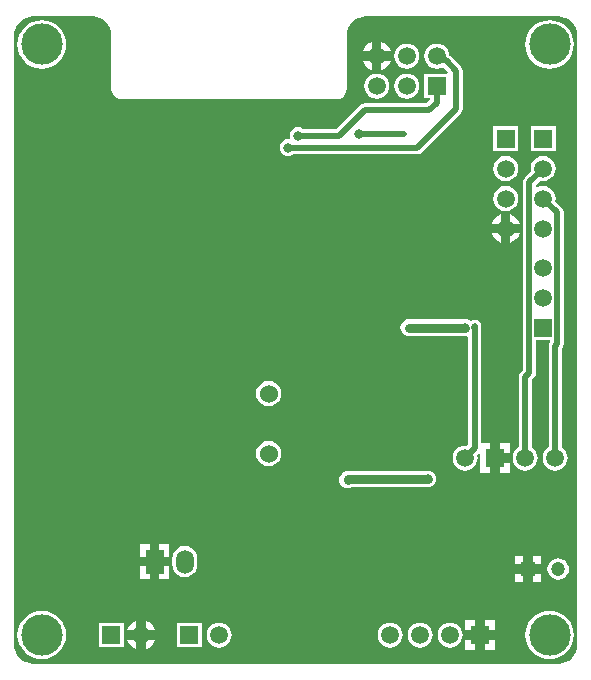
<source format=gbl>
G04*
G04 #@! TF.GenerationSoftware,Altium Limited,Altium Designer,23.3.1 (30)*
G04*
G04 Layer_Physical_Order=2*
G04 Layer_Color=16711680*
%FSLAX44Y44*%
%MOMM*%
G71*
G04*
G04 #@! TF.SameCoordinates,39CBC296-F970-41FA-A2E7-6093A4F5A77D*
G04*
G04*
G04 #@! TF.FilePolarity,Positive*
G04*
G01*
G75*
%ADD65C,0.5000*%
%ADD68C,0.8000*%
%ADD71C,1.5000*%
%ADD72R,1.5000X1.5000*%
%ADD73C,3.5000*%
%ADD74C,1.2000*%
%ADD75R,1.2000X1.2000*%
%ADD76C,1.5240*%
%ADD77R,1.5000X1.5000*%
%ADD78R,1.5000X2.0000*%
%ADD79O,1.5000X2.0000*%
%ADD80C,0.8000*%
G36*
X222000Y283892D02*
Y283891D01*
X223228Y283791D01*
X225210Y283596D01*
X228296Y282660D01*
X231140Y281140D01*
X233633Y279093D01*
X235679Y276600D01*
X237200Y273756D01*
X238136Y270670D01*
X238330Y268699D01*
X238431Y267460D01*
X238431Y267460D01*
X238431Y266212D01*
Y-246703D01*
X238431Y-247970D01*
X238331Y-249198D01*
X238136Y-251180D01*
X237200Y-254266D01*
X235679Y-257110D01*
X233633Y-259604D01*
X231140Y-261649D01*
X228296Y-263170D01*
X225210Y-264106D01*
X223228Y-264301D01*
X222000Y-264401D01*
Y-264401D01*
X221999Y-264402D01*
X-221999D01*
X-222000Y-264401D01*
Y-264401D01*
X-223228Y-264301D01*
X-225210Y-264106D01*
X-228296Y-263170D01*
X-231140Y-261649D01*
X-233633Y-259604D01*
X-235679Y-257110D01*
X-237200Y-254266D01*
X-238136Y-251180D01*
X-238331Y-249198D01*
X-238431Y-247970D01*
X-238431Y-246706D01*
Y266194D01*
X-238431Y267460D01*
X-238331Y268689D01*
X-238136Y270670D01*
X-237200Y273756D01*
X-235679Y276600D01*
X-233633Y279093D01*
X-231140Y281140D01*
X-228296Y282660D01*
X-225210Y283596D01*
X-223228Y283791D01*
X-222000Y283891D01*
Y283891D01*
X-221999Y283892D01*
X-172401D01*
X-172400Y283891D01*
Y283891D01*
X-171171Y283791D01*
X-169190Y283596D01*
X-166104Y282660D01*
X-163260Y281140D01*
X-160767Y279093D01*
X-158721Y276600D01*
X-157200Y273756D01*
X-156264Y270670D01*
X-156069Y268689D01*
X-155969Y267460D01*
D01*
X-155969Y266200D01*
Y222250D01*
X-155973D01*
X-155681Y220031D01*
X-154825Y217963D01*
X-153462Y216188D01*
X-151687Y214825D01*
X-149619Y213969D01*
X-147400Y213677D01*
Y213681D01*
X-147400Y213682D01*
X34690D01*
X34690Y213681D01*
Y213677D01*
X36909Y213969D01*
X38977Y214825D01*
X40752Y216188D01*
X42115Y217963D01*
X42971Y220031D01*
X43263Y222250D01*
X43259D01*
Y267460D01*
X43245Y267530D01*
X43554Y270670D01*
X44490Y273756D01*
X46010Y276600D01*
X48057Y279093D01*
X50550Y281140D01*
X53394Y282660D01*
X56480Y283596D01*
X58461Y283791D01*
X59690Y283891D01*
Y283891D01*
X59691Y283892D01*
X221999D01*
X222000Y283892D01*
D02*
G37*
%LPC*%
G36*
X72580Y262063D02*
Y254190D01*
X80453D01*
X79499Y256494D01*
X77495Y259105D01*
X74884Y261108D01*
X72580Y262063D01*
D02*
G37*
G36*
X64580D02*
X62276Y261108D01*
X59665Y259105D01*
X57661Y256494D01*
X56707Y254190D01*
X64580D01*
Y262063D01*
D02*
G37*
G36*
X93980Y260780D02*
X91239Y260420D01*
X88685Y259361D01*
X86491Y257679D01*
X84808Y255485D01*
X83750Y252931D01*
X83389Y250190D01*
X83750Y247449D01*
X84808Y244895D01*
X86491Y242701D01*
X88685Y241018D01*
X91239Y239960D01*
X93980Y239599D01*
X96721Y239960D01*
X99275Y241018D01*
X101469Y242701D01*
X103152Y244895D01*
X104210Y247449D01*
X104571Y250190D01*
X104210Y252931D01*
X103152Y255485D01*
X101469Y257679D01*
X99275Y259361D01*
X96721Y260420D01*
X93980Y260780D01*
D02*
G37*
G36*
X215000Y280599D02*
X210981Y280203D01*
X207117Y279031D01*
X203556Y277127D01*
X200434Y274566D01*
X197872Y271444D01*
X195969Y267883D01*
X194797Y264018D01*
X194401Y260000D01*
X194797Y255981D01*
X195969Y252117D01*
X197872Y248556D01*
X200434Y245434D01*
X203556Y242872D01*
X207117Y240969D01*
X210981Y239796D01*
X215000Y239401D01*
X219018Y239796D01*
X222883Y240969D01*
X226444Y242872D01*
X229566Y245434D01*
X232127Y248556D01*
X234031Y252117D01*
X235203Y255981D01*
X235599Y260000D01*
X235203Y264018D01*
X234031Y267883D01*
X232127Y271444D01*
X229566Y274566D01*
X226444Y277127D01*
X222883Y279031D01*
X219018Y280203D01*
X215000Y280599D01*
D02*
G37*
G36*
X-215000D02*
X-219018Y280203D01*
X-222883Y279031D01*
X-226444Y277127D01*
X-229566Y274566D01*
X-232127Y271444D01*
X-234031Y267883D01*
X-235203Y264018D01*
X-235599Y260000D01*
X-235203Y255981D01*
X-234031Y252117D01*
X-232127Y248556D01*
X-229566Y245434D01*
X-226444Y242872D01*
X-222883Y240969D01*
X-219018Y239796D01*
X-215000Y239401D01*
X-210981Y239796D01*
X-207117Y240969D01*
X-203556Y242872D01*
X-200434Y245434D01*
X-197872Y248556D01*
X-195969Y252117D01*
X-194797Y255981D01*
X-194401Y260000D01*
X-194797Y264018D01*
X-195969Y267883D01*
X-197872Y271444D01*
X-200434Y274566D01*
X-203556Y277127D01*
X-207117Y279031D01*
X-210981Y280203D01*
X-215000Y280599D01*
D02*
G37*
G36*
X80453Y246190D02*
X72580D01*
Y238317D01*
X74884Y239271D01*
X77495Y241275D01*
X79499Y243886D01*
X80453Y246190D01*
D02*
G37*
G36*
X64580D02*
X56707D01*
X57661Y243886D01*
X59665Y241275D01*
X62276Y239271D01*
X64580Y238317D01*
Y246190D01*
D02*
G37*
G36*
X93980Y235380D02*
X91239Y235019D01*
X88685Y233962D01*
X86491Y232278D01*
X84808Y230085D01*
X83750Y227531D01*
X83389Y224790D01*
X83750Y222049D01*
X84808Y219494D01*
X86491Y217301D01*
X88685Y215618D01*
X91239Y214560D01*
X93980Y214199D01*
X96721Y214560D01*
X99275Y215618D01*
X101469Y217301D01*
X103152Y219494D01*
X104210Y222049D01*
X104571Y224790D01*
X104210Y227531D01*
X103152Y230085D01*
X101469Y232278D01*
X99275Y233962D01*
X96721Y235019D01*
X93980Y235380D01*
D02*
G37*
G36*
X68580D02*
X65839Y235019D01*
X63285Y233962D01*
X61091Y232278D01*
X59408Y230085D01*
X58350Y227531D01*
X57989Y224790D01*
X58350Y222049D01*
X59408Y219494D01*
X61091Y217301D01*
X63285Y215618D01*
X65839Y214560D01*
X68580Y214199D01*
X71321Y214560D01*
X73875Y215618D01*
X76069Y217301D01*
X77752Y219494D01*
X78810Y222049D01*
X79171Y224790D01*
X78810Y227531D01*
X77752Y230085D01*
X76069Y232278D01*
X73875Y233962D01*
X71321Y235019D01*
X68580Y235380D01*
D02*
G37*
G36*
X119380Y260780D02*
X116639Y260420D01*
X114085Y259361D01*
X111891Y257679D01*
X110208Y255485D01*
X109150Y252931D01*
X108789Y250190D01*
X109150Y247449D01*
X110208Y244895D01*
X111891Y242701D01*
X114085Y241018D01*
X116639Y239960D01*
X119380Y239599D01*
X122121Y239960D01*
X124503Y240947D01*
X128890Y236560D01*
X128364Y235290D01*
X108880D01*
Y214290D01*
X113476D01*
X113650Y213020D01*
X110707Y210077D01*
X58420D01*
X56274Y209651D01*
X54455Y208435D01*
X34507Y188487D01*
X6327D01*
X5666Y188994D01*
X3963Y189700D01*
X2136Y189940D01*
X309Y189700D01*
X-1394Y188994D01*
X-2856Y187872D01*
X-3978Y186410D01*
X-4684Y184707D01*
X-4924Y182880D01*
X-4684Y181052D01*
X-4591Y180830D01*
X-5484Y179666D01*
X-6350Y179780D01*
X-8177Y179540D01*
X-9880Y178834D01*
X-11342Y177712D01*
X-12464Y176250D01*
X-13170Y174547D01*
X-13410Y172720D01*
X-13170Y170892D01*
X-12464Y169190D01*
X-11342Y167727D01*
X-9880Y166605D01*
X-8177Y165900D01*
X-6350Y165659D01*
X-4523Y165900D01*
X-2820Y166605D01*
X-2159Y167112D01*
X102870D01*
X105016Y167539D01*
X106835Y168755D01*
X139855Y201775D01*
X141071Y203594D01*
X141498Y205740D01*
Y237490D01*
X141071Y239636D01*
X141071Y239636D01*
X141071Y239636D01*
X140339Y240731D01*
X139855Y241455D01*
X130857Y250454D01*
X130857Y250454D01*
X130857Y250454D01*
X129847Y251129D01*
X129610Y252931D01*
X128552Y255485D01*
X126869Y257679D01*
X124675Y259361D01*
X122121Y260420D01*
X119380Y260780D01*
D02*
G37*
G36*
X220050Y190840D02*
X199050D01*
Y169840D01*
X220050D01*
Y190840D01*
D02*
G37*
G36*
X188300D02*
X167300D01*
Y169840D01*
X188300D01*
Y190840D01*
D02*
G37*
G36*
X209550Y165530D02*
X206809Y165170D01*
X204255Y164111D01*
X202061Y162428D01*
X200378Y160235D01*
X199320Y157681D01*
X198959Y154940D01*
X199269Y152589D01*
X193933Y147254D01*
X192718Y145434D01*
X192291Y143288D01*
Y-15519D01*
X190345Y-17465D01*
X189129Y-19284D01*
X188702Y-21430D01*
Y-81238D01*
X186821Y-82682D01*
X185138Y-84875D01*
X184080Y-87429D01*
X183719Y-90170D01*
X184080Y-92911D01*
X185138Y-95465D01*
X186821Y-97659D01*
X189015Y-99342D01*
X191569Y-100400D01*
X194310Y-100761D01*
X197051Y-100400D01*
X199605Y-99342D01*
X201799Y-97659D01*
X203482Y-95465D01*
X204540Y-92911D01*
X204901Y-90170D01*
X204540Y-87429D01*
X203482Y-84875D01*
X201799Y-82682D01*
X199918Y-81238D01*
Y-23753D01*
X201864Y-21807D01*
X203079Y-19988D01*
X203506Y-17842D01*
Y9820D01*
X215659D01*
Y8314D01*
X214529Y6624D01*
X214102Y4478D01*
Y-81238D01*
X212221Y-82682D01*
X210538Y-84875D01*
X209480Y-87429D01*
X209119Y-90170D01*
X209480Y-92911D01*
X210538Y-95465D01*
X212221Y-97659D01*
X214415Y-99342D01*
X216969Y-100400D01*
X219710Y-100761D01*
X222451Y-100400D01*
X225005Y-99342D01*
X227199Y-97659D01*
X228882Y-95465D01*
X229940Y-92911D01*
X230301Y-90170D01*
X229940Y-87429D01*
X228882Y-84875D01*
X227199Y-82682D01*
X225318Y-81238D01*
Y2198D01*
X226447Y3888D01*
X226874Y6034D01*
Y117823D01*
X226447Y119969D01*
X225232Y121789D01*
X219831Y127189D01*
X220141Y129540D01*
X219780Y132281D01*
X218722Y134835D01*
X217039Y137029D01*
X214845Y138712D01*
X212291Y139769D01*
X209550Y140130D01*
X206809Y139769D01*
X204776Y138927D01*
X203506Y139622D01*
Y140965D01*
X207199Y144659D01*
X209550Y144349D01*
X212291Y144710D01*
X214845Y145768D01*
X217039Y147451D01*
X218722Y149644D01*
X219780Y152199D01*
X220141Y154940D01*
X219780Y157681D01*
X218722Y160235D01*
X217039Y162428D01*
X214845Y164111D01*
X212291Y165170D01*
X209550Y165530D01*
D02*
G37*
G36*
X177800D02*
X175059Y165170D01*
X172505Y164111D01*
X170311Y162428D01*
X168628Y160235D01*
X167570Y157681D01*
X167209Y154940D01*
X167570Y152199D01*
X168628Y149644D01*
X170311Y147451D01*
X172505Y145768D01*
X175059Y144710D01*
X177800Y144349D01*
X180541Y144710D01*
X183095Y145768D01*
X185289Y147451D01*
X186972Y149644D01*
X188030Y152199D01*
X188391Y154940D01*
X188030Y157681D01*
X186972Y160235D01*
X185289Y162428D01*
X183095Y164111D01*
X180541Y165170D01*
X177800Y165530D01*
D02*
G37*
G36*
Y140130D02*
X175059Y139769D01*
X172505Y138712D01*
X170311Y137029D01*
X168628Y134835D01*
X167570Y132281D01*
X167209Y129540D01*
X167570Y126799D01*
X168628Y124244D01*
X170311Y122051D01*
X172505Y120368D01*
X175059Y119310D01*
X177800Y118949D01*
X180541Y119310D01*
X183095Y120368D01*
X185289Y122051D01*
X186972Y124244D01*
X188030Y126799D01*
X188391Y129540D01*
X188030Y132281D01*
X186972Y134835D01*
X185289Y137029D01*
X183095Y138712D01*
X180541Y139769D01*
X177800Y140130D01*
D02*
G37*
G36*
X181800Y116013D02*
Y108140D01*
X189673D01*
X188719Y110444D01*
X186715Y113055D01*
X184104Y115058D01*
X181800Y116013D01*
D02*
G37*
G36*
X173800D02*
X171496Y115058D01*
X168885Y113055D01*
X166881Y110444D01*
X165927Y108140D01*
X173800D01*
Y116013D01*
D02*
G37*
G36*
X189673Y100140D02*
X181800D01*
Y92267D01*
X184104Y93221D01*
X186715Y95225D01*
X188719Y97836D01*
X189673Y100140D01*
D02*
G37*
G36*
X173800D02*
X165927D01*
X166881Y97836D01*
X168885Y95225D01*
X171496Y93221D01*
X173800Y92267D01*
Y100140D01*
D02*
G37*
G36*
X-22860Y-24849D02*
X-25632Y-25214D01*
X-28216Y-26284D01*
X-30434Y-27986D01*
X-32137Y-30204D01*
X-33207Y-32788D01*
X-33572Y-35560D01*
X-33207Y-38333D01*
X-32137Y-40916D01*
X-30434Y-43134D01*
X-28216Y-44837D01*
X-25632Y-45907D01*
X-22860Y-46272D01*
X-20088Y-45907D01*
X-17504Y-44837D01*
X-15286Y-43134D01*
X-13583Y-40916D01*
X-12513Y-38333D01*
X-12148Y-35560D01*
X-12513Y-32788D01*
X-13583Y-30204D01*
X-15286Y-27986D01*
X-17504Y-26284D01*
X-20088Y-25214D01*
X-22860Y-24849D01*
D02*
G37*
G36*
X143510Y27380D02*
X95708D01*
X93881Y27140D01*
X92178Y26434D01*
X90716Y25312D01*
X89594Y23850D01*
X88888Y22147D01*
X88648Y20320D01*
X88888Y18492D01*
X89594Y16790D01*
X90716Y15327D01*
X92178Y14205D01*
X93881Y13500D01*
X95708Y13259D01*
X143510D01*
X144793Y13428D01*
X146063Y12564D01*
Y-78651D01*
X144820Y-79752D01*
X143510Y-79580D01*
X140769Y-79941D01*
X138215Y-80998D01*
X136021Y-82682D01*
X134338Y-84875D01*
X133280Y-87429D01*
X132919Y-90170D01*
X133280Y-92911D01*
X134338Y-95465D01*
X136021Y-97659D01*
X138215Y-99342D01*
X140769Y-100400D01*
X143510Y-100761D01*
X146251Y-100400D01*
X148805Y-99342D01*
X150999Y-97659D01*
X152682Y-95465D01*
X153740Y-92911D01*
X154101Y-90170D01*
X153791Y-87820D01*
X155140Y-86471D01*
X156410Y-86997D01*
Y-102670D01*
X164910D01*
Y-90170D01*
Y-77670D01*
X157278D01*
Y21274D01*
X156851Y23420D01*
X155636Y25240D01*
X153816Y26455D01*
X151671Y26882D01*
X149524Y26455D01*
X148182Y25558D01*
X147040Y26434D01*
X145337Y27140D01*
X143510Y27380D01*
D02*
G37*
G36*
X181410Y-77670D02*
X172910D01*
Y-86170D01*
X181410D01*
Y-77670D01*
D02*
G37*
G36*
X-22860Y-75649D02*
X-25632Y-76014D01*
X-28216Y-77084D01*
X-30434Y-78786D01*
X-32137Y-81004D01*
X-33207Y-83588D01*
X-33572Y-86360D01*
X-33207Y-89133D01*
X-32137Y-91716D01*
X-30434Y-93934D01*
X-28216Y-95637D01*
X-25632Y-96707D01*
X-22860Y-97072D01*
X-20088Y-96707D01*
X-17504Y-95637D01*
X-15286Y-93934D01*
X-13583Y-91716D01*
X-12513Y-89133D01*
X-12148Y-86360D01*
X-12513Y-83588D01*
X-13583Y-81004D01*
X-15286Y-78786D01*
X-17504Y-77084D01*
X-20088Y-76014D01*
X-22860Y-75649D01*
D02*
G37*
G36*
X111760Y-100890D02*
X44450D01*
X44421Y-100894D01*
X44391Y-100890D01*
X43508Y-101014D01*
X42623Y-101130D01*
X42595Y-101142D01*
X42566Y-101146D01*
X41744Y-101494D01*
X40920Y-101836D01*
X40896Y-101854D01*
X40869Y-101865D01*
X40165Y-102415D01*
X39458Y-102958D01*
X39439Y-102981D01*
X39416Y-102999D01*
X38842Y-103583D01*
X37732Y-105055D01*
X37041Y-106763D01*
X36816Y-108593D01*
X37072Y-110418D01*
X37791Y-112115D01*
X38925Y-113568D01*
X40397Y-114678D01*
X42105Y-115369D01*
X43935Y-115594D01*
X45760Y-115338D01*
X46533Y-115011D01*
X111760D01*
X113587Y-114770D01*
X115290Y-114065D01*
X116752Y-112943D01*
X117874Y-111480D01*
X118580Y-109778D01*
X118820Y-107950D01*
X118580Y-106123D01*
X117874Y-104420D01*
X116752Y-102958D01*
X115290Y-101836D01*
X113587Y-101130D01*
X111760Y-100890D01*
D02*
G37*
G36*
X181410Y-94170D02*
X172910D01*
Y-102670D01*
X181410D01*
Y-94170D01*
D02*
G37*
G36*
X-106880Y-162800D02*
X-115380D01*
Y-173800D01*
X-106880D01*
Y-162800D01*
D02*
G37*
G36*
X-123380D02*
X-131880D01*
Y-173800D01*
X-123380D01*
Y-162800D01*
D02*
G37*
G36*
X207850Y-173150D02*
X200850D01*
Y-180150D01*
X207850D01*
Y-173150D01*
D02*
G37*
G36*
X192850D02*
X185850D01*
Y-180150D01*
X192850D01*
Y-173150D01*
D02*
G37*
G36*
X-93980Y-164710D02*
X-96721Y-165070D01*
X-99275Y-166129D01*
X-101469Y-167812D01*
X-103152Y-170005D01*
X-104210Y-172559D01*
X-104571Y-175300D01*
Y-180300D01*
X-104210Y-183041D01*
X-103152Y-185595D01*
X-101469Y-187789D01*
X-99275Y-189472D01*
X-96721Y-190530D01*
X-93980Y-190891D01*
X-91239Y-190530D01*
X-88685Y-189472D01*
X-86491Y-187789D01*
X-84808Y-185595D01*
X-83750Y-183041D01*
X-83389Y-180300D01*
Y-175300D01*
X-83750Y-172559D01*
X-84808Y-170005D01*
X-86491Y-167812D01*
X-88685Y-166129D01*
X-91239Y-165070D01*
X-93980Y-164710D01*
D02*
G37*
G36*
X-106880Y-181800D02*
X-115380D01*
Y-192800D01*
X-106880D01*
Y-181800D01*
D02*
G37*
G36*
X-123380D02*
X-131880D01*
Y-192800D01*
X-123380D01*
Y-181800D01*
D02*
G37*
G36*
X222250Y-175073D02*
X219900Y-175382D01*
X217711Y-176289D01*
X215831Y-177731D01*
X214389Y-179611D01*
X213482Y-181801D01*
X213172Y-184150D01*
X213482Y-186500D01*
X214389Y-188689D01*
X215831Y-190569D01*
X217711Y-192012D01*
X219900Y-192918D01*
X222250Y-193228D01*
X224599Y-192918D01*
X226789Y-192012D01*
X228669Y-190569D01*
X230112Y-188689D01*
X231018Y-186500D01*
X231328Y-184150D01*
X231018Y-181801D01*
X230112Y-179611D01*
X228669Y-177731D01*
X226789Y-176289D01*
X224599Y-175382D01*
X222250Y-175073D01*
D02*
G37*
G36*
X207850Y-188150D02*
X200850D01*
Y-195150D01*
X207850D01*
Y-188150D01*
D02*
G37*
G36*
X192850D02*
X185850D01*
Y-195150D01*
X192850D01*
Y-188150D01*
D02*
G37*
G36*
X168710Y-227530D02*
X160210D01*
Y-236030D01*
X168710D01*
Y-227530D01*
D02*
G37*
G36*
X-126810Y-228157D02*
Y-236030D01*
X-118937D01*
X-119891Y-233726D01*
X-121895Y-231115D01*
X-124506Y-229111D01*
X-126810Y-228157D01*
D02*
G37*
G36*
X-134810D02*
X-137114Y-229111D01*
X-139725Y-231115D01*
X-141729Y-233726D01*
X-142683Y-236030D01*
X-134810D01*
Y-228157D01*
D02*
G37*
G36*
X152210Y-227530D02*
X143710D01*
Y-236030D01*
X152210D01*
Y-227530D01*
D02*
G37*
G36*
X-79670Y-229530D02*
X-100670D01*
Y-250530D01*
X-79670D01*
Y-229530D01*
D02*
G37*
G36*
X-145710D02*
X-166710D01*
Y-250530D01*
X-145710D01*
Y-229530D01*
D02*
G37*
G36*
X130810Y-229440D02*
X128069Y-229800D01*
X125515Y-230858D01*
X123321Y-232542D01*
X121638Y-234735D01*
X120580Y-237289D01*
X120219Y-240030D01*
X120580Y-242771D01*
X121638Y-245326D01*
X123321Y-247519D01*
X125515Y-249202D01*
X128069Y-250260D01*
X130810Y-250621D01*
X133551Y-250260D01*
X136105Y-249202D01*
X138299Y-247519D01*
X139982Y-245326D01*
X141040Y-242771D01*
X141401Y-240030D01*
X141040Y-237289D01*
X139982Y-234735D01*
X138299Y-232542D01*
X136105Y-230858D01*
X133551Y-229800D01*
X130810Y-229440D01*
D02*
G37*
G36*
X105410D02*
X102669Y-229800D01*
X100115Y-230858D01*
X97921Y-232542D01*
X96238Y-234735D01*
X95180Y-237289D01*
X94819Y-240030D01*
X95180Y-242771D01*
X96238Y-245326D01*
X97921Y-247519D01*
X100115Y-249202D01*
X102669Y-250260D01*
X105410Y-250621D01*
X108151Y-250260D01*
X110705Y-249202D01*
X112899Y-247519D01*
X114582Y-245326D01*
X115640Y-242771D01*
X116001Y-240030D01*
X115640Y-237289D01*
X114582Y-234735D01*
X112899Y-232542D01*
X110705Y-230858D01*
X108151Y-229800D01*
X105410Y-229440D01*
D02*
G37*
G36*
X80010D02*
X77269Y-229800D01*
X74715Y-230858D01*
X72521Y-232542D01*
X70838Y-234735D01*
X69780Y-237289D01*
X69419Y-240030D01*
X69780Y-242771D01*
X70838Y-245326D01*
X72521Y-247519D01*
X74715Y-249202D01*
X77269Y-250260D01*
X80010Y-250621D01*
X82751Y-250260D01*
X85305Y-249202D01*
X87499Y-247519D01*
X89182Y-245326D01*
X90240Y-242771D01*
X90601Y-240030D01*
X90240Y-237289D01*
X89182Y-234735D01*
X87499Y-232542D01*
X85305Y-230858D01*
X82751Y-229800D01*
X80010Y-229440D01*
D02*
G37*
G36*
X-64770D02*
X-67511Y-229800D01*
X-70065Y-230858D01*
X-72259Y-232542D01*
X-73942Y-234735D01*
X-75000Y-237289D01*
X-75361Y-240030D01*
X-75000Y-242771D01*
X-73942Y-245326D01*
X-72259Y-247519D01*
X-70065Y-249202D01*
X-67511Y-250260D01*
X-64770Y-250621D01*
X-62029Y-250260D01*
X-59475Y-249202D01*
X-57281Y-247519D01*
X-55598Y-245326D01*
X-54540Y-242771D01*
X-54179Y-240030D01*
X-54540Y-237289D01*
X-55598Y-234735D01*
X-57281Y-232542D01*
X-59475Y-230858D01*
X-62029Y-229800D01*
X-64770Y-229440D01*
D02*
G37*
G36*
X-118937Y-244030D02*
X-126810D01*
Y-251903D01*
X-124506Y-250949D01*
X-121895Y-248945D01*
X-119891Y-246334D01*
X-118937Y-244030D01*
D02*
G37*
G36*
X-134810D02*
X-142683D01*
X-141729Y-246334D01*
X-139725Y-248945D01*
X-137114Y-250949D01*
X-134810Y-251903D01*
Y-244030D01*
D02*
G37*
G36*
X168710D02*
X160210D01*
Y-252530D01*
X168710D01*
Y-244030D01*
D02*
G37*
G36*
X152210D02*
X143710D01*
Y-252530D01*
X152210D01*
Y-244030D01*
D02*
G37*
G36*
X215000Y-219401D02*
X210981Y-219797D01*
X207117Y-220969D01*
X203556Y-222873D01*
X200434Y-225434D01*
X197872Y-228556D01*
X195969Y-232117D01*
X194797Y-235982D01*
X194401Y-240000D01*
X194797Y-244019D01*
X195969Y-247883D01*
X197872Y-251444D01*
X200434Y-254566D01*
X203556Y-257128D01*
X207117Y-259031D01*
X210981Y-260204D01*
X215000Y-260599D01*
X219018Y-260204D01*
X222883Y-259031D01*
X226444Y-257128D01*
X229566Y-254566D01*
X232127Y-251444D01*
X234031Y-247883D01*
X235203Y-244019D01*
X235599Y-240000D01*
X235203Y-235982D01*
X234031Y-232117D01*
X232127Y-228556D01*
X229566Y-225434D01*
X226444Y-222873D01*
X222883Y-220969D01*
X219018Y-219797D01*
X215000Y-219401D01*
D02*
G37*
G36*
X-215000D02*
X-219018Y-219797D01*
X-222883Y-220969D01*
X-226444Y-222873D01*
X-229566Y-225434D01*
X-232127Y-228556D01*
X-234031Y-232117D01*
X-235203Y-235982D01*
X-235599Y-240000D01*
X-235203Y-244019D01*
X-234031Y-247883D01*
X-232127Y-251444D01*
X-229566Y-254566D01*
X-226444Y-257128D01*
X-222883Y-259031D01*
X-219018Y-260204D01*
X-215000Y-260599D01*
X-210981Y-260204D01*
X-207117Y-259031D01*
X-203556Y-257128D01*
X-200434Y-254566D01*
X-197872Y-251444D01*
X-195969Y-247883D01*
X-194797Y-244019D01*
X-194401Y-240000D01*
X-194797Y-235982D01*
X-195969Y-232117D01*
X-197872Y-228556D01*
X-200434Y-225434D01*
X-203556Y-222873D01*
X-207117Y-220969D01*
X-210981Y-219797D01*
X-215000Y-219401D01*
D02*
G37*
%LPD*%
D65*
X53340Y184150D02*
X53688Y184498D01*
X91666D01*
X197899Y143288D02*
X209550Y154940D01*
X197899Y-17842D02*
Y143288D01*
X194310Y-21430D02*
X197899Y-17842D01*
X194310Y-90170D02*
Y-21430D01*
X209550Y129540D02*
X221266Y117823D01*
Y6034D02*
Y117823D01*
X219710Y4478D02*
X221266Y6034D01*
X219710Y-90170D02*
Y4478D01*
X143510Y-90170D02*
X151671Y-82010D01*
Y21274D01*
X150716Y20320D02*
X151671Y21274D01*
X58420Y204470D02*
X113030D01*
X119380Y210820D01*
Y224790D01*
X2136Y182880D02*
X36830D01*
X58420Y204470D01*
X-6350Y172720D02*
X102870D01*
X135890Y205740D01*
Y237490D01*
X126892Y246488D02*
X135890Y237490D01*
X125787Y246488D02*
X126892D01*
X122086Y250190D02*
X125787Y246488D01*
X119380Y250190D02*
X122086D01*
D68*
X95708Y20320D02*
X143510D01*
X43876Y-108534D02*
X44450Y-107950D01*
X111760D01*
D71*
X68580Y250190D02*
D03*
Y224790D02*
D03*
X93980Y250190D02*
D03*
Y224790D02*
D03*
X119380Y250190D02*
D03*
X219710Y-90170D02*
D03*
X194310D02*
D03*
X143510D02*
D03*
X209550Y71120D02*
D03*
Y45720D02*
D03*
X-64770Y-240030D02*
D03*
X-130810D02*
D03*
X130810D02*
D03*
X105410D02*
D03*
X80010D02*
D03*
X209550Y154940D02*
D03*
Y129540D02*
D03*
Y104140D02*
D03*
X177800Y154940D02*
D03*
Y129540D02*
D03*
Y104140D02*
D03*
D72*
X119380Y224790D02*
D03*
X168910Y-90170D02*
D03*
X-90170Y-240030D02*
D03*
X-156210D02*
D03*
X156210D02*
D03*
D73*
X-215000Y260000D02*
D03*
Y-240000D02*
D03*
X215000D02*
D03*
Y260000D02*
D03*
D74*
X222250Y-184150D02*
D03*
D75*
X196850D02*
D03*
D76*
X-22860Y-86360D02*
D03*
Y-35560D02*
D03*
D77*
X209550Y20320D02*
D03*
Y180340D02*
D03*
X177800D02*
D03*
D78*
X-119380Y-177800D02*
D03*
D79*
X-93980D02*
D03*
D80*
X53340Y184150D02*
D03*
X143510Y20320D02*
D03*
X2136Y182880D02*
D03*
X-6350Y172720D02*
D03*
X111760Y-107950D02*
D03*
M02*

</source>
